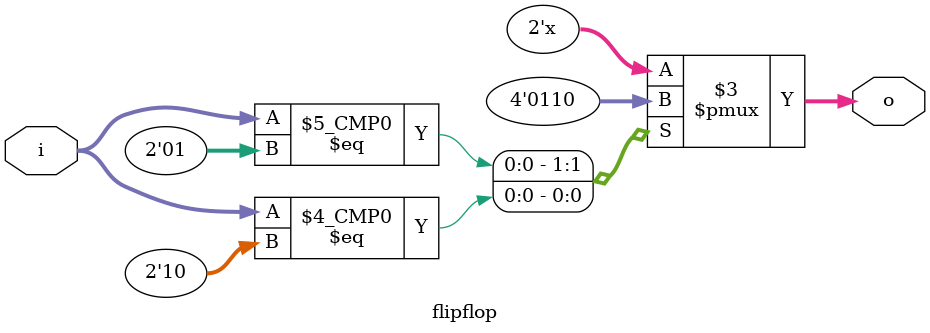
<source format=v>
module flipflop(
	input [0:1] i,
	output reg [0:1] o
);

always @(i)

begin
case(i)

2'b00: o = 2'bxx;
2'b01: o = 2'b01;
2'b10: o = 2'b10;
2'b11: o = 2'bxx;
default: o = 2'b00;

endcase

end

endmodule

</source>
